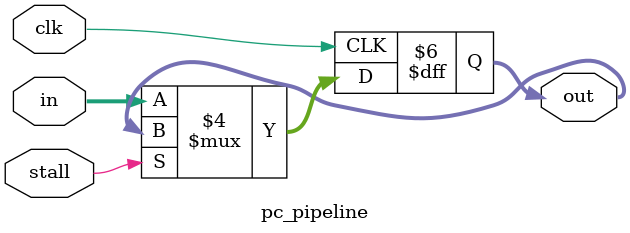
<source format=v>
`timescale 1ns / 1ps


module pc_pipeline(
    in,
    out,
    stall,
    clk
    );
    
input clk, stall;
input [31:0] in;
output reg [31:0] out;

always @(posedge clk)
begin
    if (stall == 1'b0)
        out <= in;
end

initial begin
out = 32'd0;
end

endmodule

</source>
